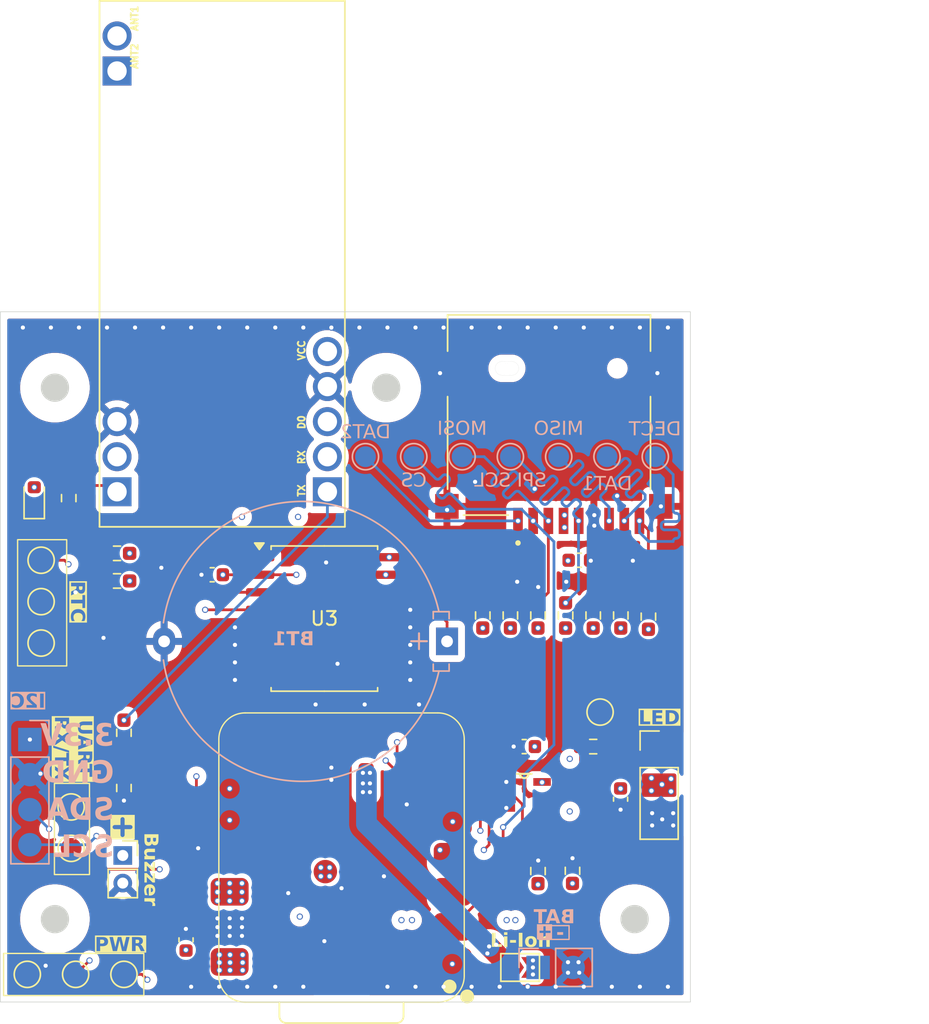
<source format=kicad_pcb>
(kicad_pcb (version 20241229) (generator "pcbnew") (generator_version "9.0")
  (layers (0 "F.Cu" signal) (4 "In1.Cu" signal) (6 "In2.Cu" signal) (8 "In3.Cu" signal) (10 "In4.Cu" signal) (2 "B.Cu" signal) (13 "F.Paste" user) (15 "B.Paste" user) (5 "F.SilkS" user "F.Silkscreen") (7 "B.SilkS" user "B.Silkscreen") (1 "F.Mask" user) (3 "B.Mask" user) (25 "Edge.Cuts" user))
  (net 0 "")
  (net 1 "GND")
  (net 2 "+5V")
  (net 3 "+3.3V")
  (net 4 "Net-(U2-Y)")
  (net 5 "/LED_Din")
  (net 6 "/UART_RX")
  (net 7 "Net-(R3-Pad1)")
  (net 8 "/SD_DECT")
  (net 9 "/MISO")
  (net 10 "/SPI_SCL")
  (net 11 "/MOSI")
  (net 12 "/SPI_CS")
  (net 13 "Net-(D2-K)")
  (net 18 "/Buzzer")
  (net 20 "/LED_Driver")
  (net 22 "Net-(U1-GPIO16_D6_TX)")
  (net 23 "/I2C_SCL")
  (net 26 "/I2C_SDA")
  (net 29 "/DAT2")
  (net 30 "/DAT1")
  (net 31 "Net-(R1-Pad1)")
  (net 32 "Net-(J1-Pin_1)")
  (net 33 "/Battery_Cell")
  (net 34 "Net-(U3-32KHZ)")
  (net 35 "Net-(U3-~{INT}{slash}SQW)")
  (net 36 "Net-(U3-~{RST})")
  (net 37 "Net-(JP1-A)")
  (footprint "Capacitor_SMD:C_0603_1608Metric" (layer "F.Cu") (at 123 97.5 180)
    (property "Reference" "C5" (hide yes))
    (property "Value" "100nF" (hide yes))
  )
  (footprint "Connector_PinHeader_2.54mm:PinHeader_1x03_P2.54mm_Vertical" (layer "F.Cu") (at 128.778 111.252)
    (property "Reference" "J3" (hide yes))
    (property "Value" "LED")
  )
  (footprint "Seeed Studio XIAO Series Library:XIAO-ESP32C6-SMD" (layer "F.Cu") (at 105.54 119 180)
    (property "Reference" "U1" (hide yes))
    (property "Value" "XIAO-ESP32-S3-SMD")
  )
  (footprint "TestPoint:TestPoint_Pad_D1.5mm" (layer "F.Cu") (at 83 127.5)
    (property "Reference" "TP3" (hide yes))
    (property "Value" "GND" (hide yes))
  )
  (footprint "LED_SMD:LED_0603_1608Metric" (layer "F.Cu") (at 83.5 93 90)
    (property "Reference" "D2" (hide yes))
    (property "Value" "LED" (hide yes))
  )
  (footprint "Resistor_SMD:R_0603_1608Metric_Pad0.98x0.95mm_HandSolder" (layer "F.Cu") (at 120 101.5 90)
    (property "Reference" "R14" (hide yes))
    (property "Value" "47k" (hide yes))
  )
  (footprint "Resistor_SMD:R_0603_1608Metric_Pad0.98x0.95mm_HandSolder" (layer "F.Cu") (at 122 101.5 90)
    (property "Reference" "R13" (hide yes))
    (property "Value" "47k" (hide yes))
  )
  (footprint "Resistor_SMD:R_0603_1608Metric_Pad0.98x0.95mm_HandSolder" (layer "F.Cu") (at 90 110 -90)
    (property "Reference" "R3" (hide yes))
    (property "Value" "10K" (hide yes))
  )
  (footprint "Capacitor_SMD:C_0603_1608Metric" (layer "F.Cu") (at 96.393 98.552)
    (property "Reference" "C2" (hide yes))
    (property "Value" "100 nF" (hide yes))
  )
  (footprint "TestPoint:TestPoint_Pad_D1.5mm" (layer "F.Cu") (at 84 103.5)
    (property "Reference" "TP1" (hide yes))
    (property "Value" "TestPoint" (hide yes))
  )
  (footprint "Package_SO:SOIC-16W_7.5x10.3mm_P1.27mm" (layer "F.Cu") (at 104.521 101.727)
    (property "Reference" "U3")
    (property "Value" "DS3231M" (hide yes))
  )
  (footprint "Connector_PinSocket_2.00mm:PinSocket_1x02_P2.00mm_Vertical" (layer "F.Cu") (at 89.916 118.888)
    (property "Reference" "BZ1" (hide yes))
    (property "Value" "Buzzer" (hide yes))
  )
  (footprint "Resistor_SMD:R_0603_1608Metric_Pad0.98x0.95mm_HandSolder" (layer "F.Cu") (at 116 101.5 90)
    (property "Reference" "R15" (hide yes))
    (property "Value" "47k" (hide yes))
  )
  (footprint "TestPoint:TestPoint_Pad_D1.5mm" (layer "F.Cu") (at 86.175 118.373)
    (property "Reference" "TP8" (hide yes))
    (property "Value" "UART_TX" (hide yes))
  )
  (footprint "Jumper:SolderJumper-2_P1.3mm_Open_TrianglePad1.0x1.5mm" (layer "F.Cu") (at 118.708 127)
    (property "Reference" "JP1" (hide yes))
    (property "Value" "Li-Ion")
  )
  (footprint "footprints:RDM6300" (layer "F.Cu") (at 97.12 76.03 -90)
    (property "Reference" "RDM1" (hide yes))
    (property "Value" "RDM6300")
  )
  (footprint "Resistor_SMD:R_0603_1608Metric_Pad0.98x0.95mm_HandSolder" (layer "F.Cu") (at 89.5 97 180)
    (property "Reference" "R7" (hide yes))
    (property "Value" "NC" (hide yes))
  )
  (footprint "Resistor_SMD:R_0603_1608Metric_Pad0.98x0.95mm_HandSolder" (layer "F.Cu") (at 89.5 99 180)
    (property "Reference" "R8" (hide yes))
    (property "Value" "NC" (hide yes))
  )
  (footprint "footprints:SOT95P280X145-5N" (layer "F.Cu") (at 119 114.5)
    (property "Reference" "U2" (hide yes))
    (property "Value" "SN74AHCT1G125DBVT" (hide yes))
  )
  (footprint "Capacitor_SMD:C_0603_1608Metric" (layer "F.Cu") (at 119 111)
    (property "Reference" "C3" (hide yes))
    (property "Value" "100 nF" (hide yes))
  )
  (footprint "Resistor_SMD:R_0603_1608Metric_Pad0.98x0.95mm_HandSolder" (layer "F.Cu") (at 86 93 -90)
    (property "Reference" "R1" (hide yes))
    (property "Value" "100R" (hide yes))
  )
  (footprint "Resistor_SMD:R_0603_1608Metric_Pad0.98x0.95mm_HandSolder" (layer "F.Cu") (at 124 111)
    (property "Reference" "R2" (hide yes))
    (property "Value" "100R" (hide yes))
  )
  (footprint "Resistor_SMD:R_0603_1608Metric_Pad0.98x0.95mm_HandSolder" (layer "F.Cu") (at 124 101.5 90)
    (property "Reference" "R12" (hide yes))
    (property "Value" "47k" (hide yes))
  )
  (footprint "TestPoint:TestPoint_Pad_D1.5mm" (layer "F.Cu") (at 84 100.5)
    (property "Reference" "TP10" (hide yes))
    (property "Value" "TestPoint" (hide yes))
  )
  (footprint "TestPoint:TestPoint_Pad_D1.5mm" (layer "F.Cu") (at 86.5 127.5)
    (property "Reference" "TP2" (hide yes))
    (property "Value" "+5V" (hide yes))
  )
  (footprint "TestPoint:TestPoint_Pad_D1.5mm" (layer "F.Cu") (at 90 127.5)
    (property "Reference" "TP4" (hide yes))
    (property "Value" "3,3V" (hide yes))
  )
  (footprint "Resistor_SMD:R_0603_1608Metric_Pad0.98x0.95mm_HandSolder" (layer "F.Cu") (at 128 101.5875 90)
    (property "Reference" "R11" (hide yes))
    (property "Value" "47k" (hide yes))
  )
  (footprint "TestPoint:TestPoint_Pad_D1.5mm" (layer "F.Cu") (at 124.5 108.5)
    (property "Reference" "TP5" (hide yes))
    (property "Value" "Din" (hide yes))
  )
  (footprint "Resistor_SMD:R_0603_1608Metric_Pad0.98x0.95mm_HandSolder" (layer "F.Cu") (at 118 101.5 90)
    (property "Reference" "R9" (hide yes))
    (property "Value" "47k" (hide yes))
  )
  (footprint "Capacitor_SMD:C_0603_1608Metric" (layer "F.Cu") (at 125.984 114.808 90)
    (property "Reference" "C4" (hide yes))
    (property "Value" "10µF" (hide yes))
  )
  (footprint "Resistor_SMD:R_0603_1608Metric_Pad0.98x0.95mm_HandSolder" (layer "F.Cu") (at 122.5 120 90)
    (property "Reference" "R6" (hide yes))
    (property "Value" "4k7" (hide yes))
  )
  (footprint "Resistor_SMD:R_0603_1608Metric_Pad0.98x0.95mm_HandSolder" (layer "F.Cu") (at 90 114 -90)
    (property "Reference" "R4" (hide yes))
    (property "Value" "20k" (hide yes))
  )
  (footprint "TestPoint:TestPoint_Pad_D1.5mm" (layer "F.Cu") (at 84 97.5 90)
    (property "Reference" "TP9" (hide yes))
    (property "Value" "TestPoint" (hide yes))
  )
  (footprint "footprints:WURTH_693071020811" (layer "F.Cu") (at 120.8 83.6 180)
    (property "Reference" "J4" (hide yes))
    (property "Value" "MicroSD" (hide yes))
    (fp_line (start 3.4 0.5) (end 2.7 0.5) (stroke (width 0.01)) (layer "Edge.Cuts"))
    (fp_line (start 2.7 -0.5) (end 3.4 -0.5) (stroke (width 0.01)) (layer "Edge.Cuts"))
    (fp_arc (start 3.9 0) (mid 3.753553 0.353553) (end 3.4 0.5) (stroke (width 0.01)) (layer "Edge.Cuts"))
    (fp_arc (start 3.4 -0.5) (mid 3.753553 -0.353553) (end 3.9 0) (stroke (width 0.01)) (layer "Edge.Cuts"))
    (fp_arc (start 2.7 0.5) (mid 2.346447 0.353553) (end 2.2 0) (stroke (width 0.01)) (layer "Edge.Cuts"))
    (fp_arc (start 2.2 0) (mid 2.346447 -0.353553) (end 2.7 -0.5) (stroke (width 0.01)) (layer "Edge.Cuts"))
  )
  (footprint "Resistor_SMD:R_0603_1608Metric_Pad0.98x0.95mm_HandSolder" (layer "F.Cu") (at 126 101.5 90)
    (property "Reference" "R10" (hide yes))
    (property "Value" "47k" (hide yes))
  )
  (footprint "TestPoint:TestPoint_Pad_D1.5mm" (layer "F.Cu") (at 86.175 115.373)
    (property "Reference" "TP7" (hide yes))
    (property "Value" "UART_RX" (hide yes))
  )
  (footprint "Resistor_SMD:R_0603_1608Metric_Pad0.98x0.95mm_HandSolder" (layer "F.Cu") (at 120 120.015 90)
    (property "Reference" "R5" (hide yes))
    (property "Value" "4k7" (hide yes))
  )
  (footprint "Capacitor_SMD:C_0603_1608Metric" (layer "F.Cu") (at 94.5 125 -90)
    (property "Reference" "C1" (hide yes))
    (property "Value" "10µF" (hide yes))
  )
  (footprint "TestPoint:TestPoint_Pad_D1.5mm" (layer "B.Cu") (at 107.5 90)
    (property "Reference" "TP15" (hide yes))
    (property "Value" "DAT2")
  )
  (footprint "TestPoint:TestPoint_Pad_D1.5mm" (layer "B.Cu") (at 111 90 180)
    (property "Reference" "TP5" (hide yes))
    (property "Value" "CS")
  )
  (footprint "TestPoint:TestPoint_Pad_D1.5mm" (layer "B.Cu") (at 128.5 90 180)
    (property "Reference" "TP6" (hide yes))
    (property "Value" "DECT")
  )
  (footprint "Battery:Battery_Panasonic_CR2032-HFN_Horizontal_CircularHoles" (layer "B.Cu") (at 113.411 103.378 180)
    (property "Reference" "BT1")
    (property "Value" "Battery_Cell" (hide yes))
  )
  (footprint "TestPoint:TestPoint_Pad_D1.5mm" (layer "B.Cu") (at 125 90 180)
    (property "Reference" "TP14" (hide yes))
    (property "Value" "DAT1")
  )
  (footprint "Connector_PinHeader_2.54mm:PinHeader_1x02_P2.54mm_Vertical" (layer "B.Cu") (at 120.01 127 -90)
    (property "Reference" "J1" (hide yes))
    (property "Value" "Conn_01x02_Pin" (hide yes))
  )
  (footprint "TestPoint:TestPoint_Pad_D1.5mm" (layer "B.Cu") (at 114.5 90 180)
    (property "Reference" "TP11" (hide yes))
    (property "Value" "MOSI")
  )
  (footprint "Connector_PinHeader_2.54mm:PinHeader_1x04_P2.54mm_Vertical" (layer "B.Cu") (at 83.185 110.49 180)
    (property "Reference" "J2" (hide yes))
    (property "Value" "I2C")
  )
  (footprint "TestPoint:TestPoint_Pad_D1.5mm" (layer "B.Cu") (at 121.5 90 180)
    (property "Reference" "TP12" (hide yes))
    (property "Value" "MISO")
  )
  (footprint "TestPoint:TestPoint_Pad_D1.5mm" (layer "B.Cu") (at 118 90 180)
    (property "Reference" "TP13" (hide yes))
    (property "Value" "SPI SCL")
  )
  (gr_rect (start 81.28 125.984) (end 91.44 129.032) (stroke (width 0.1)) (fill no) (layer "F.SilkS"))
  (gr_rect (start 84.963 113.665) (end 87.503 120.269) (stroke (width 0.1)) (fill no) (layer "F.SilkS"))
  (gr_rect (start 82.296 96.012) (end 85.852 105.156) (stroke (width 0.1)) (fill no) (layer "F.SilkS"))
  (gr_rect (start 120.0644 123.968) (end 122.2516 124.968) (stroke (width 0.1)) (fill no) (layer "B.SilkS"))
  (gr_circle (center 85 123.5) (end 86 123.5) (stroke (width 0.05)) (fill yes) (layer "Edge.Cuts"))
  (gr_circle (center 85 85) (end 86 85) (stroke (width 0.05)) (fill yes) (layer "Edge.Cuts"))
  (gr_rect (start 81.045 79.502) (end 131.045 129.502) (stroke (width 0.05)) (fill no) (layer "Edge.Cuts"))
  (gr_circle (center 127 123.5) (end 128 123.5) (stroke (width 0.05)) (fill yes) (layer "Edge.Cuts"))
  (gr_circle (center 109 85) (end 110 85) (stroke (width 0.05)) (fill yes) (layer "Edge.Cuts"))
  (gr_text "UART\nRX/TX" (at 84.836 111.125 270) (layer "F.SilkS" knockout) (effects (font (size 1 1) (thickness 0.1)) (justify bottom)))
  (gr_text "+" (at 88.773 117.602 0) (layer "F.SilkS" knockout) (effects (font (size 1.5 1.5) (thickness 0.3) (bold yes)) (justify left bottom)))
  (gr_text "Buzzer" (at 91.313 117.221 270) (layer "F.SilkS") (effects (font (size 1 1) (thickness 0.1)) (justify left bottom)))
  (gr_text "RTC" (at 86 99 270) (layer "F.SilkS" knockout) (effects (font (size 1 1)) (justify left bottom)))
  (gr_text "PWR" (at 87.884 125.984 0) (layer "F.SilkS" knockout) (effects (font (size 1 1) (thickness 0.1)) (justify left bottom)))
  (gr_text "-" (at 121.896 123.968 180) (layer "B.SilkS") (effects (font (size 1 1) (thickness 0.1)) (justify left bottom)))
  (gr_text "BAT" (at 122.682 123.968 0) (layer "B.SilkS") (effects (font (size 1 1) (thickness 0.1)) (justify left bottom mirror)))
  (gr_text "+" (at 121.0578 123.8076 180) (layer "B.SilkS" knockout) (effects (font (size 1 1) (thickness 0.1)) (justify left bottom)))
  (gr_text "3.3V\nGND\nSDA\nSCL" (at 89.281 114.3 0) (layer "B.SilkS") (effects (font (size 1.6 1.5) (thickness 0.3) (bold yes)) (justify left mirror)))
  (segment (start 109.171 101.092) (end 110.744 101.092) (width 0.2) (layer "F.Cu") (net 1))
  (segment (start 109.171 102.362) (end 110.744 102.362) (width 0.2) (layer "F.Cu") (net 1))
  (segment (start 99.871 102.362) (end 98.044 102.362) (width 0.2) (layer "F.Cu") (net 1))
  (segment (start 110.744 104.902) (end 109.171 104.902) (width 0.2) (layer "F.Cu") (net 1))
  (segment (start 98.044 106.172) (end 99.871 106.172) (width 0.2) (layer "F.Cu") (net 1))
  (segment (start 98.044 103.632) (end 99.871 103.632) (width 0.2) (layer "F.Cu") (net 1))
  (segment (start 84.328 126.873) (end 83.627 126.873) (width 0.2) (layer "F.Cu") (net 1))
  (segment (start 98.044 104.902) (end 99.871 104.902) (width 0.2) (layer "F.Cu") (net 1))
  (segment (start 110.744 103.632) (end 109.171 103.632) (width 0.2) (layer "F.Cu") (net 1))
  (segment (start 83.627 126.873) (end 83 127.5) (width 0.2) (layer "F.Cu") (net 1))
  (segment (start 110.744 106.172) (end 109.171 106.172) (width 0.2) (layer "F.Cu") (net 1))
  (via (at 90 114.9125) (size 0.45) (drill 0.3) (layers "F.Cu" "B.Cu") (net 1))
  (via (at 121.285 128.397) (size 0.45) (drill 0.3) (layers "F.Cu" "B.Cu") (net 1))
  (via (at 118.237 110.998) (size 0.45) (drill 0.3) (layers "F.Cu" "B.Cu") (net 1))
  (via (at 119.253 80.645) (size 0.45) (drill 0.3) (layers "F.Cu" "B.Cu") (net 1))
  (via (at 112.903 83.947) (size 0.45) (drill 0.3) (layers "F.Cu" "B.Cu") (net 1))
  (via (at 110.744 102.362) (size 0.45) (drill 0.3) (layers "F.Cu" "B.Cu") (net 1))
  (via (at 129.413 80.645) (size 0.45) (drill 0.3) (layers "F.Cu" "B.Cu") (net 1))
  (via (at 98.552 124.079) (size 0.45) (drill 0.3) (layers "F.Cu" "B.Cu") (net 1))
  (via (at 86.741 80.645) (size 0.45) (drill 0.3) (layers "F.Cu" "B.Cu") (net 1))
  (via (at 102.997 128.397) (size 0.45) (drill 0.3) (layers "F.Cu" "B.Cu") (net 1))
  (via (at 113.157 80.645) (size 0.45) (drill 0.3) (layers "F.Cu" "B.Cu") (net 1))
  (via (at 101.9048 121.6152) (size 0.45) (drill 0.3) (layers "F.Cu" "B.Cu") (net 1))
  (via (at 124.079 94.234) (size 0.45) (drill 0.3) (layers "F.Cu" "B.Cu") (net 1))
  (via (at 125.73 92.837) (size 0.45) (drill 0.3) (layers "F.Cu" "B.Cu") (net 1))
  (via (at 92.71 98.044) (size 0.45) (drill 0.3) (layers "F.Cu" "B.Cu") (net 1))
  (via (at 107.442 107.95) (size 0.45) (drill 0.3) (layers "F.Cu" "B.Cu") (net 1))
  (via (at 103.886 107.95) (size 0.45) (drill 0.3) (layers "F.Cu" "B.Cu") (net 1))
  (via (at 123.825 97.536) (size 0.45) (drill 0.3) (layers "F.Cu" "B.Cu") (net 1))
  (via (at 104.521 125.095) (size 0.45) (drill 0.3) (layers "F.Cu" "B.Cu") (net 1))
  (via (at 98.552 124.714) (size 0.45) (drill 0.3) (layers "F.Cu" "B.Cu") (net 1))
  (via (at 88.519 103.124) (size 0.45) (drill 0.3) (layers "F.Cu" "B.Cu") (net 1))
  (via (at 129.794 115.824) (size 0.45) (drill 0.3) (layers "F.Cu" "B.Cu") (net 1))
  (via (at 119.761 92.329) (size 0.45) (drill 0.3) (layers "F.Cu" "B.Cu") (net 1))
  (via (at 122.174 127.381) (size 0.45) (drill 0.3) (layers "F.Cu" "B.Cu") (net 1))
  (via (at 88.773 80.645) (size 0.45) (drill 0.3) (layers "F.Cu" "B.Cu") (net 1))
  (via (at 83.95 112.96) (size 0.45) (drill 0.3) (layers "F.Cu" "B.Cu") (net 1))
  (via (at 110.744 106.172) (size 0.45) (drill 0.3) (layers "F.Cu" "B.Cu") (net 1))
  (via (at 113.411 93.853) (size 0.45) (drill 0.3) (layers "F.Cu" "B.Cu") (net 1))
  (via (at 117.7046 115.443) (size 0.45) (drill 0.3) (layers "F.Cu" "B.Cu") (net 1))
  (via (at 97.663 123.444) (size 0.45) (drill 0.3) (layers "F.Cu" "B.Cu") (net 1))
  (via (at 121.285 80.645) (size 0.45) (drill 0.3) (layers "F.Cu" "B.Cu") (net 1))
  (via (at 125.984 115.57) (size 0.45) (drill 0.3) (layers "F.Cu" "B.Cu") (net 1))
  (via (at 129 116.27) (size 0.45) (drill 0.3) (layers "F.Cu" "B.Cu") (net 1))
  (via (at 86.487 99.822) (size 0.45) (drill 0.3) (layers "F.Cu" "B.Cu") (net 1))
  (via (at 125.349 80.645) (size 0.45) (drill 0.3) (layers "F.Cu" "B.Cu") (net 1))
  (via (at 98.933 128.397) (size 0.45) (drill 0.3) (layers "F.Cu" "B.Cu") (net 1))
  (via (at 108.839 120.396) (size 0.45) (drill 0.3) (layers "F.Cu" "B.Cu") (net 1))
  (via (at 98.044 104.902) (size 0.45) (drill 0.3) (layers "F.Cu" "B.Cu") (net 1))
  (via (at 128.27 116.713) (size 0.45) (drill 0.3) (layers "F.Cu" "B.Cu") (net 1))
  (via (at 122.174 126.619) (size 0.45) (drill 0.3) (layers "F.Cu" "B.Cu") (net 1))
  (via (at 129.413 128.397) (size 0.45) (drill 0.3) (layers "F.Cu" "B.Cu") (net 1))
  (via (at 94.488 124.206) (size 0.45) (drill 0.3) (layers "F.Cu" "B.Cu") (net 1))
  (via (at 90.805 80.645) (size 0.45) (drill 0.3) (layers "F.Cu" "B.Cu") (net 1))
  (via (at 98.044 106.172) (size 0.45) (drill 0.3) (layers "F.Cu" "B.Cu") (net 1))
  (via (at 84.328 126.873) (size 0.45) (drill 0.3) (layers "F.Cu" "B.Cu") (net 1))
  (via (at 126.873 97.536) (size 0.45) (drill 0.3) (layers "F.Cu" "B.Cu") (net 1))
  (via (at 127.381 80.645) (size 0.45) (drill 0.3) (layers "F.Cu" "B.Cu") (net 1))
  (via (at 84.709 80.645) (size 0.45) (drill 0.3) (layers "F.Cu" "B.Cu") (net 1))
  (via (at 113.157 128.397) (size 0.45) (drill 0.3) (layers "F.Cu" "B.Cu") (net 1))
  (via (at 110.744 101.092) (size 0.45) (drill 0.3) (layers "F.Cu" "B.Cu") (net 1))
  (via (at 110.744 104.902) (size 0.45) (drill 0.3) (layers "F.Cu" "B.Cu") (net 1))
  (via (at 109.093 80.645) (size 0.45) (drill 0.3) (layers "F.Cu" "B.Cu") (net 1))
  (via (at 120.015 99.441) (size 0.45) (drill 0.3) (layers "F.Cu" "B.Cu") (net 1))
  (via (at 117.7046 113.5602) (size 0.45) (drill 0.3) (layers "F.Cu" "B.Cu") (net 1))
  (via (at 105.029 80.645) (size 0.45) (drill 0.3) (layers "F.Cu" "B.Cu") (net 1))
  (via (at 104.648 97.663) (size 0.45) (drill 0.3) (layers "F.Cu" "B.Cu") (net 1))
  (via (at 122.936 126.619) (size 0.45) (drill 0.3) (layers "F.Cu" "B.Cu") (net 1))
  (via (at 94.869 80.645) (size 0.45) (drill 0.3) (layers "F.Cu" "B.Cu") (net 1))
  (via (at 94.869 128.397) (size 0.45) (drill 0.3) (layers "F.Cu" "B.Cu") (net 1))
  (via (at 128.905 93.599) (size 0.45) (drill 0.3) (layers "F.Cu" "B.Cu") (net 1))
  (via (at 82.677 80.645) (size 0.45) (drill 0.3) (layers "F.Cu" "B.Cu") (net 1))
  (via (at 95.377 118.364) (size 0.45) (drill 0.3) (layers "F.Cu" "B.Cu") (net 1))
  (via (at 115.443 91.821) (size 0.45) (drill 0.3) (layers "F.Cu" "B.Cu") (net 1))
  (via (at 119.253 128.397) (size 0.45) (drill 0.3) (layers "F.Cu" "B.Cu") (net 1))
  (via (at 122.9868 127.381) (size 0.45) (drill 0.3) (layers "F.Cu" "B.Cu") (net 1))
  (via (at 98.933 80.645) (size 0.45) (drill 0.3) (layers "F.Cu" "B.Cu") (net 1))
  (via (at 111.379 107.95) (size 0.45) (drill 0.3) (layers "F.Cu" "B.Cu") (net 1))
  (via (at 96.901 80.645) (size 0.45) (drill 0.3) (layers "F.Cu" "B.Cu") (net 1))
  (via (at 115.189 80.645) (size 0.45) (drill 0.3) (layers "F.Cu" "B.Cu") (net 1))
  (via (at 117.221 80.645) (size 0.45) (drill 0.3) (layers "F.Cu" "B.Cu") (net 1))
  (via (at 96.774 123.444) (size 0.45) (drill 0.3) (layers "F.Cu" "B.Cu") (net 1))
  (via (at 118.491 99.06) (size 0.45) (drill 0.3) (layers "F.Cu" "B.Cu") (net 1))
  (via (at 111.125 128.397) (size 0.45) (drill 0.3) (layers "F.Cu" "B.Cu") (net 1))
  (via (at 123.317 80.645) (size 0.45) (drill 0.3) (layers "F.Cu" "B.Cu") (net 1))
  (via (at 115.189 128.397) (size 0.45) (drill 0.3) (layers "F.Cu" "B.Cu") (net 1))
  (via (at 111.125 80.645) (size 0.45) (drill 0.3) (layers "F.Cu" "B.Cu") (net 1))
  (via (at 127.381 128.397) (size 0.45) (drill 0.3) (layers "F.Cu" "B.Cu") (net 1))
  (via (at 129.794 116.713) (size 0.45) (drill 0.3) (layers "F.Cu" "B.Cu") (net 1))
  (via (at 117.221 128.397) (size 0.45) (drill 0.3) (layers "F.Cu" "B.Cu") (net 1))
  (via (at 98.552 123.444) (size 0.45) (drill 0.3) (layers "F.Cu" "B.Cu") (net 1))
  (via (at 122.047 99.06) (size 0.45) (drill 0.3) (layers "F.Cu" "B.Cu") (net 1))
  (via (at 110.49 115.189) (size 0.45) (drill 0.3) (layers "F.Cu" "B.Cu") (net 1))
  (via (at 123.317 128.397) (size 0.45) (drill 0.3) (layers "F.Cu" "B.Cu") (net 1))
  (via (at 102.997 80.645) (size 0.45) (drill 0.3) (layers "F.Cu" "B.Cu") (net 1))
  (via (at 92.837 80.645) (size 0.45) (drill 0.3) (layers "F.Cu" "B.Cu") (net 1))
  (via (at 125.349 128.397) (size 0.45) (drill 0.3) (layers "F.Cu" "B.Cu") (net 1))
  (via (at 128.651 83.947) (size 0.45) (drill 0.3) (layers "F.Cu" "B.Cu") (net 1))
  (via (at 105.029 113.411) (size 0.45) (drill 0.3) (layers "F.Cu" "B.Cu") (net 1))
  (via (at 107.061 80.645) (size 0.45) (drill 0.3) (layers "F.Cu" "B.Cu") (net 1))
  (via (at 98.044 102.362) (size 0.45) (drill 0.3) (layers "F.Cu" "B.Cu") (net 1))
  (via (at 110.744 103.632) (size 0.45) (drill 0.3) (layers "F.Cu" "B.Cu") (net 1))
  (via (at 96.774 124.079) (size 0.45) (drill 0.3) (layers "F.Cu" "B.Cu") (net 1))
  (via (at 96.901 128.397) (size 0.45) (drill 0.3) (layers "F.Cu" "B.Cu") (net 1))
  (via (at 105.029 112.522) (size 0.45) (drill 0.3) (layers "F.Cu" "B.Cu") (net 1))
  (via (at 120.015 119.253) (size 0.45) (drill 0.3) (layers "F.Cu" "B.Cu") (net 1))
  (via (at 109.093 128.397) (size 0.45) (drill 0.3) (layers "F.Cu" "B.Cu") (net 1))
  (via (at 105.475 105) (size 0.45) (drill 0.3) (layers "F.Cu" "B.Cu") (net 1))
  (via (at 128.27 115.824) (size 0.45) (drill 0.3) (layers "F.Cu" "B.Cu") (net 1))
  (via (at 124.079 94.996) (size 0.45) (drill 0.3) (layers "F.Cu" "B.Cu") (net 1))
  (via (at 100.965 80.645) (size 0.45) (drill 0.3) (layers "F.Cu" "B.Cu") (net 1))
  (via (at 95.618 98.552) (size 0.45) (drill 0.3) (layers "F.Cu" "B.Cu") (net 1))
  (via (at 100.965 128.397) (size 0.45) (drill 0.3) (layers "F.Cu" "B.Cu") (net 1))
  (via (at 97.663 124.714) (size 0.45) (drill 0.3) (layers "F.Cu" "B.Cu") (net 1))
  (via (at 98.044 103.632) (size 0.45) (drill 0.3) (layers "F.Cu" "B.Cu") (net 1))
  (via (at 105.7656 121.2596) (size 0.45) (drill 0.3) (layers "F.Cu" "B.Cu") (net 1))
  (via (at 97.663 124.079) (size 0.45) (drill 0.3) (layers "F.Cu" "B.Cu") (net 1))
  (via (at 122.5 119.0875) (size 0.45) (drill 0.3) (layers "F.Cu" "B.Cu") (net 1))
  (via (at 96.774 124.714) (size 0.45) (drill 0.3) (layers "F.Cu" "B.Cu") (net 1))
  (segment (start 87.5055 126.4945) (end 86.5 127.5) (width 0.2) (layer "F.Cu") (net 2))
  (via (at 128.2192 114.1984) (size 0.45) (drill 0.3) (layers "F.Cu" "B.Cu") (net 2))
  (via (at 98.6028 127.2032) (size 0.45) (drill 0.3) (layers "F.Cu" "B.Cu") (net 2))
  (via (at 128.2192 113.284) (size 0.45) (drill 0.3) (layers "F.Cu" "B.Cu") (net 2))
  (via (at 97.6884 127.2032) (size 0.45) (drill 0.3) (layers "F.Cu" "B.Cu") (net 2))
  (via (at 129.6416 113.3348) (size 0.45) (drill 0.3) (layers "F.Cu" "B.Cu") (net 2))
  (via (at 120.2944 113.5888) (size 0.45) (drill 0.3) (layers "F.Cu" "B.Cu") (net 2))
  (via (at 96.9264 126.6444) (size 0.45) (drill 0.3) (layers "F.Cu" "B.Cu") (net 2))
  (via (at 94.488 125.73) (size 0.45) (drill 0.3) (layers "F.Cu" "B.Cu") (net 2))
  (via (at 98.6028 126.0856) (size 0.45) (drill 0.3) (layers "F.Cu" "B.Cu") (net 2))
  (via (at 87.5055 126.4945) (size 0.45) (drill 0.3) (layers "F.Cu" "B.Cu") (net 2))
  (via (at 129.6416 114.2492) (size 0.45) (drill 0.3) (layers "F.Cu" "B.Cu") (net 2))
  (via (at 98.6028 126.6444) (size 0.45) (drill 0.3) (layers "F.Cu" "B.Cu") (net 2))
  (via (at 119.761 110.998) (size 0.45) (drill 0.3) (layers "F.Cu" "B.Cu") (net 2))
  (via (at 97.6884 126.0856) (size 0.45) (drill 0.3) (layers "F.Cu" "B.Cu") (net 2))
  (via (at 97.6884 126.6444) (size 0.45) (drill 0.3) (layers "F.Cu" "B.Cu") (net 2))
  (via (at 125.984 114.046) (size 0.45) (drill 0.3) (layers "F.Cu" "B.Cu") (net 2))
  (via (at 128.9812 113.7412) (size 0.45) (drill 0.3) (layers "F.Cu" "B.Cu") (net 2))
  (via (at 96.9264 127.2032) (size 0.45) (drill 0.3) (layers "F.Cu" "B.Cu") (net 2))
  (via (at 96.9264 126.0856) (size 0.45) (drill 0.3) (layers "F.Cu" "B.Cu") (net 2))
  (segment (start 91.305 127.5) (end 91.694 127.889) (width 0.2) (layer "F.Cu") (net 3))
  (segment (start 99.871 98.552) (end 102.489 98.552) (width 0.2) (layer "F.Cu") (net 3))
  (segment (start 90 127.5) (end 91.305 127.5) (width 0.2) (layer "F.Cu") (net 3))
  (segment (start 97.676 98.552) (end 99.871 98.552) (width 0.2) (layer "F.Cu") (net 3))
  (via (at 104.267 120.396) (size 0.45) (drill 0.3) (layers "F.Cu" "B.Cu") (net 3))
  (via (at 83.5 92.2125) (size 0.45) (drill 0.3) (layers "F.Cu" "B.Cu") (net 3))
  (via (at 126 102.4125) (size 0.45) (drill 0.3) (layers "F.Cu" "B.Cu") (net 3))
  (via (at 97.168 98.552) (size 0.45) (drill 0.3) (layers "F.Cu" "B.Cu") (net 3))
  (via (at 102.616 94.361) (size 0.45) (drill 0.3) (layers "F.Cu" "B.Cu") (net 3))
  (via (at 120 121) (size 0.45) (drill 0.3) (layers "F.Cu" "B.Cu") (net 3))
  (via (at 90.4125 99) (size 0.45) (drill 0.3) (layers "F.Cu" "B.Cu") (net 3))
  (via (at 121.92 95.123) (size 0.45) (drill 0.3) (layers "F.Cu" "B.Cu") (net 3))
  (via (at 118 102.4125) (size 0.45) (drill 0.3) (layers "F.Cu" "B.Cu") (net 3))
  (via (at 110.109 123.571) (size 0.45) (drill 0.3) (layers "F.Cu" "B.Cu") (net 3))
  (via (at 102.743 123.317) (size 0.45) (drill 0.3) (layers "F.Cu" "B.Cu") (net 3))
  (via (at 98.552 94.361) (size 0.45) (drill 0.3) (layers "F.Cu" "B.Cu") (net 3))
  (via (at 117.729 123.571) (size 0.45) (drill 0.3) (layers "F.Cu" "B.Cu") (net 3))
  (via (at 122.301 111.887) (size 0.45) (drill 0.3) (layers "F.Cu" "B.Cu") (net 3))
  (via (at 104.902 120.396) (size 0.45) (drill 0.3) (layers "F.Cu" "B.Cu") (net 3))
  (via (at 122 102.4125) (size 0.45) (drill 0.3) (layers "F.Cu" "B.Cu") (net 3))
  (via (at 97.663 120.904) (size 0.45) (drill 0.3) (layers "F.Cu" "B.Cu") (net 3))
  (via (at 121.92 94.234) (size 0.45) (drill 0.3) (layers "F.Cu" "B.Cu") (net 3))
  (via (at 104.902 119.761) (size 0.45) (drill 0.3) (layers "F.Cu" "B.Cu") (net 3))
  (via (at 118.364 123.571) (size 0.45) (drill 0.3) (layers "F.Cu" "B.Cu") (net 3))
  (via (at 98.552 121.539) (size 0.45) (drill 0.3) (layers "F.Cu" "B.Cu") (net 3))
  (via (at 104.267 119.761) (size 0.45) (drill 0.3) (layers "F.Cu" "B.Cu") (net 3))
  (via (at 122.174 97.536) (size 0.45) (drill 0.3) (layers "F.Cu" "B.Cu") (net 3))
  (via (at 128 102.5) (size 0.45) (drill 0.3) (layers "F.Cu" "B.Cu") (net 3))
  (via (at 110.871 123.571) (size 0.45) (drill 0.3) (layers "F.Cu" "B.Cu") (net 3))
  (via (at 97.663 122.174) (size 0.45) (drill 0.3) (layers "F.Cu" "B.Cu") (net 3))
  (via (at 97.663 121.539) (size 0.45) (drill 0.3) (layers "F.Cu" "B.Cu") (net 3))
  (via (at 98.552 122.174) (size 0.45) (drill 0.3) (layers "F.Cu" "B.Cu") (net 3))
  (via (at 116 102.4125) (size 0.45) (drill 0.3) (layers "F.Cu" "B.Cu") (net 3))
  (via (at 102.489 98.552) (size 0.45) (drill 0.3) (layers "F.Cu" "B.Cu") (net 3))
  (via (at 83.185 110.49) (size 0.45) (drill 0.3) (layers "F.Cu" "B.Cu") (net 3))
  (via (at 90.4125 97) (size 0.45) (drill 0.3) (layers "F.Cu" "B.Cu") (net 3))
  (via (at 124 102.4125) (size 0.45) (drill 0.3) (layers "F.Cu" "B.Cu") (net 3))
  (via (at 120 102.4125) (size 0.45) (drill 0.3) (layers "F.Cu" "B.Cu") (net 3))
  (via (at 98.552 120.904) (size 0.45) (drill 0.3) (layers "F.Cu" "B.Cu") (net 3))
  (via (at 96.774 122.174) (size 0.45) (drill 0.3) (layers "F.Cu" "B.Cu") (net 3))
  (via (at 122.5 120.9125) (size 0.45) (drill 0.3) (layers "F.Cu" "B.Cu") (net 3))
  (via (at 96.774 121.539) (size 0.45) (drill 0.3) (layers "F.Cu" "B.Cu") (net 3))
  (via (at 91.694 127.889) (size 0.45) (drill 0.3) (layers "F.Cu" "B.Cu") (net 3))
  (via (at 96.774 120.904) (size 0.45) (drill 0.3) (layers "F.Cu" "B.Cu") (net 3))
  (via (at 122.301 115.697) (size 0.45) (drill 0.3) (layers "F.Cu" "B.Cu") (net 3))
  (segment (start 123.0875 111) (end 123.0875 112.6477) (width 0.2) (layer "F.Cu") (net 4))
  (segment (start 123.0875 112.6477) (end 120.2954 115.4398) (width 0.2) (layer "F.Cu") (net 4))
  (segment (start 124.9125 108.9125) (end 124.5 108.5) (width 0.2) (layer "F.Cu") (net 5))
  (segment (start 124.9125 111) (end 124.9125 108.9125) (width 0.2) (layer "F.Cu") (net 5))
  (segment (start 124.9125 111) (end 128.81 111) (width 0.2) (layer "F.Cu") (net 5))
  (segment (start 128.81 111) (end 129 111.19) (width 0.2) (layer "F.Cu") (net 5))
  (segment (start 88.4605 113.0875) (end 90 113.0875) (width 0.2) (layer "F.Cu") (net 6))
  (segment (start 90 113.0875) (end 90 110.9125) (width 0.2) (layer "F.Cu") (net 6))
  (segment (start 90 110.9125) (end 97.2106 110.9125) (width 0.2) (layer "F.Cu") (net 6))
  (segment (start 86.175 115.373) (end 88.4605 113.0875) (width 0.2) (layer "F.Cu") (net 6))
  (segment (start 97.2106 110.9125) (end 97.6566 111.3585) (width 0.2) (layer "F.Cu") (net 6))
  (via (at 90 109.0875) (size 0.45) (drill 0.3) (layers "F.Cu" "B.Cu") (net 7))
  (segment (start 90 109.0875) (end 104.74 94.3475) (width 0.2) (layer "B.Cu") (net 7))
  (segment (start 104.74 94.3475) (end 104.74 92.54) (width 0.2) (layer "B.Cu") (net 7))
  (segment (start 128 95.3) (end 127.35 94.65) (width 0.2) (layer "F.Cu") (net 8))
  (segment (start 128 100.675) (end 128 95.3) (width 0.2) (layer "F.Cu") (net 8))
  (via (at 127.35 94.65) (size 0.45) (drill 0.3) (layers "F.Cu" "B.Cu") (net 8))
  (via (at 113.792 126.746) (size 0.45) (drill 0.3) (layers "F.Cu" "B.Cu") (net 8))
  (segment (start 129.173796 95.299) (end 130.019414 95.299) (width 0.2) (layer "B.Cu") (net 8))
  (segment (start 128.016 96.139) (end 129.794 96.139) (width 0.2) (layer "B.Cu") (net 8))
  (segment (start 129.794 91.294) (end 129.794 93.873598) (width 0.2) (layer "B.Cu") (net 8))
  (segment (start 129.173796 94.699) (end 130.019402 94.699) (width 0.2) (layer "B.Cu") (net 8))
  (segment (start 127.35 95.473) (end 128.016 96.139) (width 0.2) (layer "B.Cu") (net 8))
  (segment (start 130.244804 94.473598) (end 130.244804 94.324402) (width 0.2) (layer "B.Cu") (net 8))
  (segment (start 130.244828 95.688172) (end 130.244828 95.524414) (width 0.2) (layer "B.Cu") (net 8))
  (segment (start 128.5 90) (end 129.794 91.294) (width 0.2) (layer "B.Cu") (net 8))
  (segment (start 127.35 94.65) (end 127.35 95.473) (width 0.2) (layer "B.Cu") (net 8))
  (segment (start 128.933796 95.059) (end 128.933796 94.939) (width 0.2) (layer "B.Cu") (net 8))
  (arc (start 130.244828 95.524414) (mid 130.178806 95.365022) (end 130.019414 95.299) (width 0.2) (layer "B.Cu") (net 8))
  (arc (start 130.019414 95.913586) (mid 130.178806 95.847564) (end 130.244828 95.688172) (width 0.2) (layer "B.Cu") (net 8))
  (arc (start 128.933796 94.939) (mid 129.00409 94.769294) (end 129.173796 94.699) (width 0.2) (layer "B.Cu") (net 8))
  (arc (start 129.794 96.139) (mid 129.860022 95.979608) (end 130.019414 95.913586) (width 0.2) (layer "B.Cu") (net 8))
  (arc (start 130.244804 94.324402) (mid 130.178785 94.165019) (end 130.019402 94.099) (width 0.2) (layer "B.Cu") (net 8))
  (arc (start 129.173796 95.299) (mid 129.00409 95.228706) (end 128.933796 95.059) (width 0.2) (layer "B.Cu") (net 8))
  (arc (start 130.019402 94.699) (mid 130.178785 94.632981) (end 130.244804 94.473598) (width 0.2) (layer "B.Cu") (net 8))
  (arc (start 130.019402 94.099) (mid 129.860019 94.032981) (end 129.794 93.873598) (width 0.2) (layer "B.Cu") (net 8))
  (segment (start 125.15 99.4375) (end 124 100.5875) (width 0.2) (layer "F.Cu") (net 9))
  (segment (start 125.15 94.65) (end 125.15 99.4375) (width 0.2) (layer "F.Cu") (net 9))
  (via (at 97.663 116.332) (size 0.45) (drill 0.3) (layers "F.Cu" "B.Cu") (net 9))
  (via (at 125.15 94.65) (size 0.45) (drill 0.3) (layers "F.Cu" "B.Cu") (net 9))
  (segment (start 123.161795 91.661795) (end 122.848562 91.975025) (width 0.2) (layer "B.Cu") (net 9))
  (segment (start 124.889215 92.140559) (end 124.80436 92.055704) (width 0.2) (layer "B.Cu") (net 9))
  (segment (start 125.15 94.65) (end 125.15 93.65) (width 0.2) (layer "B.Cu") (net 9))
  (segment (start 124.010327 92.510327) (end 123.697107 92.823544) (width 0.2) (layer "B.Cu") (net 9))
  (segment (start 124.010325 92.510326) (end 124.464948 92.055704) (width 0.2) (layer "B.Cu") (net 9))
  (segment (start 123.616398 91.20719) (end 123.161793 91.661794) (width 0.2) (layer "B.Cu") (net 9))
  (segment (start 125.15 93.65) (end 124.604299 93.104299) (width 0.2) (layer "B.Cu") (net 9))
  (segment (start 122.737529 91.237529) (end 123.192155 90.782902) (width 0.2) (layer "B.Cu") (net 9))
  (segment (start 122.76789 90.358637) (end 122.482969 90.643557) (width 0.2) (layer "B.Cu") (net 9))
  (segment (start 122.509152 91.975026) (end 122.424297 91.890171) (width 0.2) (layer "B.Cu") (net 9))
  (segment (start 123.161793 91.661794) (end 123.161795 91.661795) (width 0.2) (layer "B.Cu") (net 9))
  (segment (start 124.604299 92.764887) (end 124.889215 92.47997) (width 0.2) (layer "B.Cu") (net 9))
  (segment (start 124.010325 92.510326) (end 124.010327 92.510327) (width 0.2) (layer "B.Cu") (net 9))
  (segment (start 123.192155 90.443491) (end 123.107301 90.358637) (width 0.2) (layer "B.Cu") (net 9))
  (segment (start 123.586061 92.086061) (end 124.040665 91.631456) (width 0.2) (layer "B.Cu") (net 9))
  (segment (start 123.586059 92.086058) (end 123.586061 92.086061) (width 0.2) (layer "B.Cu") (net 9))
  (segment (start 122.737527 91.237526) (end 122.737529 91.237529) (width 0.2) (layer "B.Cu") (net 9))
  (segment (start 121.7797 90.2797) (end 121.5 90) (width 0.2) (layer "B.Cu") (net 9))
  (segment (start 122.058705 90.558705) (end 121.7797 90.2797) (width 0.2) (layer "B.Cu") (net 9))
  (segment (start 122.424297 91.550759) (end 122.737527 91.237526) (width 0.2) (layer "B.Cu") (net 9))
  (segment (start 122.143557 90.643557) (end 122.058705 90.558705) (width 0.2) (layer "B.Cu") (net 9))
  (segment (start 124.040665 91.292045) (end 123.95581 91.20719) (width 0.2) (layer "B.Cu") (net 9))
  (segment (start 123.272842 92.399278) (end 123.586059 92.086058) (width 0.2) (layer "B.Cu") (net 9))
  (segment (start 123.357697 92.823545) (end 123.272842 92.73869) (width 0.2) (layer "B.Cu") (net 9))
  (arc (start 123.107301 90.358637) (mid 122.937596 90.288342) (end 122.76789 90.358637) (width 0.2) (layer "B.Cu") (net 9))
  (arc (start 124.80436 92.055704) (mid 124.634654 91.985409) (end 124.464948 92.055704) (width 0.2) (layer "B.Cu") (net 9))
  (arc (start 124.889215 92.47997) (mid 124.95951 92.310264) (end 124.889215 92.140559) (width 0.2) (layer "B.Cu") (net 9))
  (arc (start 123.272842 92.73869) (mid 123.202546 92.568983) (end 123.272842 92.399278) (width 0.2) (layer "B.Cu") (net 9))
  (arc (start 122.848562 91.975025) (mid 122.678857 92.045321) (end 122.509152 91.975026) (width 0.2) (layer "B.Cu") (net 9))
  (arc (start 124.604299 93.104299) (mid 124.534004 92.934593) (end 124.604299 92.764887) (width 0.2) (layer "B.Cu") (net 9))
  (arc (start 124.040665 91.631456) (mid 124.11096 91.46175) (end 124.040665 91.292045) (width 0.2) (layer "B.Cu") (net 9))
  (arc (start 122.424297 91.890171) (mid 122.354001 91.720464) (end 122.424297 91.550759) (width 0.2) (layer "B.Cu") (net 9))
  (arc (start 123.697107 92.823544) (mid 123.527402 92.89384) (end 123.357697 92.823545) (width 0.2) (layer "B.Cu") (net 9))
  (arc (start 123.95581 91.20719) (mid 123.786104 91.136895) (end 123.616398 91.20719) (width 0.2) (layer "B.Cu") (net 9))
  (arc (start 122.482969 90.643557) (mid 122.313263 90.713852) (end 122.143557 90.643557) (width 0.2) (layer "B.Cu") (net 9))
  (arc (start 123.192155 90.782902) (mid 123.26245 90.613196) (end 123.192155 90.443491) (width 0.2) (layer "B.Cu") (net 9))
  (via (at 122.936 94.65) (size 0.45) (drill 0.3) (layers "F.Cu" "B.Cu") (net 10))
  (via (at 97.663 114.046) (size 0.45) (drill 0.3) (layers "F.Cu" "B.Cu") (net 10))
  (via (at 122 100.5875) (size 0.45) (drill 0.3) (layers "F.Cu" "B.Cu") (net 10))
  (segment (start 121.379973 92.681396) (end 121.747669 92.3137) (width 0.2) (layer "B.Cu") (net 10))
  (segment (start 122.935609 93.16223) (end 123.020461 93.247082) (width 0.2) (layer "B.Cu") (net 10))
  (segment (start 122.936 94.576834) (end 122.936 94.65) (width 0.2) (layer "B.Cu") (net 10))
  (segment (start 120.672868 93.388504) (end 121.210269 92.851102) (width 0.2) (layer "B.Cu") (net 10))
  (segment (start 121.210269 92.851102) (end 121.210269 92.851103) (width 0.2) (layer "B.Cu") (net 10))
  (segment (start 122.936 99.6515) (end 122 100.5875) (width 0.2) (layer "B.Cu") (net 10))
  (segment (start 121.804237 93.445071) (end 121.889091 93.529925) (width 0.2) (layer "B.Cu") (net 10))
  (segment (start 122.936 94.65) (end 122.936 99.6515) (width 0.2) (layer "B.Cu") (net 10))
  (segment (start 122.171933 92.737965) (end 121.804238 93.105661) (width 0.2) (layer "B.Cu") (net 10))
  (segment (start 122.829164 94.469998) (end 122.936 94.576834) (width 0.2) (layer "B.Cu") (net 10))
  (segment (start 122.652765 94.2936) (end 122.737619 94.378453) (width 0.2) (layer "B.Cu") (net 10))
  (segment (start 122.087081 92.313701) (end 122.171933 92.398553) (width 0.2) (layer "B.Cu") (net 10))
  (segment (start 121.210269 92.851103) (end 121.379973 92.681396) (width 0.2) (layer "B.Cu") (net 10))
  (segment (start 123.020461 93.586494) (end 122.652764 93.954188) (width 0.2) (layer "B.Cu") (net 10))
  (segment (start 120.786006 92.42684) (end 120.248604 92.964241) (width 0.2) (layer "B.Cu") (net 10))
  (segment (start 120.248604 93.303652) (end 120.333456 93.388504) (width 0.2) (layer "B.Cu") (net 10))
  (segment (start 120.53145 91.832873) (end 120.899144 91.465176) (width 0.2) (layer "B.Cu") (net 10))
  (segment (start 122.737619 94.378453) (end 122.829164 94.469998) (width 0.2) (layer "B.Cu") (net 10))
  (segment (start 120.786005 92.426841) (end 120.786006 92.42684) (width 0.2) (layer "B.Cu") (net 10))
  (segment (start 121.238556 91.465177) (end 121.323408 91.550029) (width 0.2) (layer "B.Cu") (net 10))
  (segment (start 122.228503 93.529926) (end 122.596197 93.162229) (width 0.2) (layer "B.Cu") (net 10))
  (segment (start 118 90) (end 118.359166 90) (width 0.2) (layer "B.Cu") (net 10))
  (segment (start 120.786005 92.426841) (end 121.323408 91.889441) (width 0.2) (layer "B.Cu") (net 10))
  (segment (start 118.359166 90) (end 120.192038 91.832872) (width 0.2) (layer "B.Cu") (net 10))
  (arc (start 121.747669 92.3137) (mid 121.917375 92.243407) (end 122.087081 92.313701) (width 0.2) (layer "B.Cu") (net 10))
  (arc (start 120.248604 92.964241) (mid 120.17831 93.133946) (end 120.248604 93.303652) (width 0.2) (layer "B.Cu") (net 10))
  (arc (start 121.323408 91.550029) (mid 121.393702 91.719734) (end 121.323408 91.889441) (width 0.2) (layer "B.Cu") (net 10))
  (arc (start 120.333456 93.388504) (mid 120.503162 93.458799) (end 120.672868 93.388504) (width 0.2) (layer "B.Cu") (net 10))
  (arc (start 121.889091 93.529925) (mid 122.058797 93.600219) (end 122.228503 93.529926) (width 0.2) (layer "B.Cu") (net 10))
  (arc (start 123.020461 93.247082) (mid 123.090755 93.416787) (end 123.020461 93.586494) (width 0.2) (layer "B.Cu") (net 10))
  (arc (start 121.804238 93.105661) (mid 121.733943 93.275365) (end 121.804237 93.445071) (width 0.2) (layer "B.Cu") (net 10))
  (arc (start 122.596197 93.162229) (mid 122.765903 93.091936) (end 122.935609 93.16223) (width 0.2) (layer "B.Cu") (net 10))
  (arc (start 120.899144 91.465176) (mid 121.06885 91.394883) (end 121.238556 91.465177) (width 0.2) (layer "B.Cu") (net 10))
  (arc (start 122.171933 92.398553) (mid 122.242229 92.56826) (end 122.171933 92.737965) (width 0.2) (layer "B.Cu") (net 10))
  (arc (start 120.192038 91.832872) (mid 120.361744 91.903166) (end 120.53145 91.832873) (width 0.2) (layer "B.Cu") (net 10))
  (arc (start 122.652764 93.954188) (mid 122.582471 94.123894) (end 122.652765 94.2936) (width 0.2) (layer "B.Cu") (net 10))
  (segment (start 97.1345 118.9785) (end 95.25 117.094) (width 0.2) (layer "F.Cu") (net 11))
  (segment (start 97.6566 118.9785) (end 97.1345 118.9785) (width 0.2) (layer "F.Cu") (net 11))
  (segment (start 95.25 117.094) (end 95.25 113.157) (width 0.2) (layer "F.Cu") (net 11))
  (segment (start 120.75 99.8375) (end 120 100.5875) (width 0.2) (layer "F.Cu") (net 11))
  (segment (start 120.75 94.65) (end 120.75 99.8375) (width 0.2) (layer "F.Cu") (net 11))
  (via (at 95.25 113.157) (size 0.45) (drill 0.3) (layers "F.Cu" "B.Cu") (net 11))
  (via (at 120.75 94.65) (size 0.45) (drill 0.3) (layers "F.Cu" "B.Cu") (net 11))
  (segment (start 117.635787 92.927074) (end 117.55093 92.842217) (width 0.2) (layer "B.Cu") (net 11))
  (segment (start 116.787239 92.078559) (end 116.702385 91.993705) (width 0.2) (layer "B.Cu") (net 11))
  (segment (start 116.1 90) (end 117.058633 90.958633) (width 0.2) (layer "B.Cu") (net 11))
  (segment (start 117.482898 91.722309) (end 117.126649 92.078558) (width 0.2) (layer "B.Cu") (net 11))
  (segment (start 120.75 94.65) (end 118.670844 92.570844) (width 0.2) (layer "B.Cu") (net 11))
  (segment (start 118.076867 91.976868) (end 118.076871 91.976871) (width 0.2) (layer "B.Cu") (net 11))
  (segment (start 117.550931 92.502807) (end 118.076867 91.976868) (width 0.2) (layer "B.Cu") (net 11))
  (segment (start 118.072512 91.132695) (end 117.652603 91.552603) (width 0.2) (layer "B.Cu") (net 11))
  (segment (start 118.331432 92.570844) (end 117.975199 92.927074) (width 0.2) (layer "B.Cu") (net 11))
  (segment (start 117.652605 91.552605) (end 117.482898 91.722309) (width 0.2) (layer "B.Cu") (net 11))
  (segment (start 117.652603 91.552603) (end 117.652605 91.552605) (width 0.2) (layer "B.Cu") (net 11))
  (segment (start 114.5 90) (end 116.1 90) (width 0.2) (layer "B.Cu") (net 11))
  (segment (start 116.702384 91.654293) (end 117.058633 91.298045) (width 0.2) (layer "B.Cu") (net 11))
  (segment (start 118.076871 91.976871) (end 118.496779 91.556962) (width 0.2) (layer "B.Cu") (net 11))
  (segment (start 118.496779 91.21755) (end 118.411924 91.132695) (width 0.2) (layer "B.Cu") (net 11))
  (arc (start 117.975199 92.927074) (mid 117.805494 92.99737) (end 117.635787 92.927074) (width 0.2) (layer "B.Cu") (net 11))
  (arc (start 118.411924 91.132695) (mid 118.242218 91.0624) (end 118.072512 91.132695) (width 0.2) (layer "B.Cu") (net 11))
  (arc (start 118.670844 92.570844) (mid 118.501137 92.500548) (end 118.331432 92.570844) (width 0.2) (layer "B.Cu") (net 11))
  (arc (start 117.058633 91.298045) (mid 117.128927 91.128338) (end 117.058633 90.958633) (width 0.2) (layer "B.Cu") (net 11))
  (arc (start 118.496779 91.556962) (mid 118.567074 91.387256) (end 118.496779 91.21755) (width 0.2) (layer "B.Cu") (net 11))
  (arc (start 116.702385 91.993705) (mid 116.63209 91.824) (end 116.702384 91.654293) (width 0.2) (layer "B.Cu") (net 11))
  (arc (start 117.126649 92.078558) (mid 116.956944 92.148854) (end 116.787239 92.078559) (width 0.2) (layer "B.Cu") (net 11))
  (arc (start 117.55093 92.842217) (mid 117.480635 92.672512) (end 117.550931 92.502807) (width 0.2) (layer "B.Cu") (net 11))
  (segment (start 119.65 98.9375) (end 118 100.5875) (width 0.2) (layer "F.Cu") (net 12))
  (segment (start 115.3365 121.5185) (end 117.475 119.38) (width 0.2) (layer "F.Cu") (net 12))
  (segment (start 119.65 94.65) (end 119.65 98.9375) (width 0.2) (layer "F.Cu") (net 12))
  (segment (start 117.475 119.38) (end 117.475 116.84) (width 0.2) (layer "F.Cu") (net 12))
  (segment (start 113.8216 121.5185) (end 115.3365 121.5185) (width 0.2) (layer "F.Cu") (net 12))
  (via (at 117.475 116.84) (size 0.45) (drill 0.3) (layers "F.Cu" "B.Cu") (net 12))
  (via (at 119.65 94.65) (size 0.45) (drill 0.3) (layers "F.Cu" "B.Cu") (net 12))
  (segment (start 113.43362 91.374032) (end 113.518472 91.458884) (width 0.2) (layer "B.Cu") (net 12))
  (segment (start 112.798311 92.857865) (end 112.883163 92.942717) (width 0.2) (layer "B.Cu") (net 12))
  (segment (start 113.158384 92.158385) (end 113.158383 92.158383) (width 0.2) (layer "B.Cu") (net 12))
  (segment (start 112.798311 92.518454) (end 113.158383 92.158383) (width 0.2) (layer "B.Cu") (net 12))
  (segment (start 117.475 116.84) (end 118.999 115.316) (width 0.2) (layer "B.Cu") (net 12))
  (segment (start 121.158 96.158) (end 119.65 94.65) (width 0.2) (layer "B.Cu") (net 12))
  (segment (start 118.999 115.316) (end 118.999 113.03) (width 0.2) (layer "B.Cu") (net 12))
  (segment (start 118.808 93.808) (end 119.65 94.65) (width 0.2) (layer "B.Cu") (net 12))
  (segment (start 113.222575 92.942717) (end 113.41294 92.752351) (width 0.2) (layer "B.Cu") (net 12))
  (segment (start 118.999 113.03) (end 121.158 110.871) (width 0.2) (layer "B.Cu") (net 12))
  (segment (start 112.903827 91.564416) (end 113.094208 91.374032) (width 0.2) (layer "B.Cu") (net 12))
  (segment (start 113.158384 92.158385) (end 113.518472 91.798296) (width 0.2) (layer "B.Cu") (net 12))
  (segment (start 111 90) (end 112.564415 91.564415) (width 0.2) (layer "B.Cu") (net 12))
  (segment (start 114.808 93.808) (end 118.808 93.808) (width 0.2) (layer "B.Cu") (net 12))
  (segment (start 113.752352 92.752351) (end 114.808 93.808) (width 0.2) (layer "B.Cu") (net 12))
  (segment (start 121.158 110.871) (end 121.158 96.158) (width 0.2) (layer "B.Cu") (net 12))
  (arc (start 113.094208 91.374032) (mid 113.263915 91.303738) (end 113.43362 91.374032) (width 0.2) (layer "B.Cu") (net 12))
  (arc (start 113.41294 92.752351) (mid 113.582646 92.682056) (end 113.752352 92.752351) (width 0.2) (layer "B.Cu") (net 12))
  (arc (start 112.883163 92.942717) (mid 113.052869 93.013012) (end 113.222575 92.942717) (width 0.2) (layer "B.Cu") (net 12))
  (arc (start 113.518472 91.458884) (mid 113.588768 91.628591) (end 113.518472 91.798296) (width 0.2) (layer "B.Cu") (net 12))
  (arc (start 112.798311 92.518454) (mid 112.728017 92.688159) (end 112.798311 92.857865) (width 0.2) (layer "B.Cu") (net 12))
  (arc (start 112.564415 91.564415) (mid 112.734121 91.634709) (end 112.903827 91.564416) (width 0.2) (layer "B.Cu") (net 12))
  (segment (start 83.625 93.9125) (end 83.5 93.7875) (width 0.2) (layer "F.Cu") (net 13))
  (segment (start 86 93.9125) (end 83.625 93.9125) (width 0.2) (layer "F.Cu") (net 13))
  (via (at 112.903 118.491) (size 0.45) (drill 0.3) (layers "F.Cu" "B.Cu") (net 18))
  (segment (start 113.8216 124.0585) (end 118.872 119.0081) (width 0.2) (layer "F.Cu") (net 20))
  (segment (start 118.872 115.189) (end 118.183 114.5) (width 0.2) (layer "F.Cu") (net 20))
  (segment (start 118.183 114.5) (end 117.7046 114.5) (width 0.2) (layer "F.Cu") (net 20))
  (segment (start 118.872 119.0081) (end 118.872 115.189) (width 0.2) (layer "F.Cu") (net 20))
  (segment (start 116.459 118.11) (end 116.459 113.9959) (width 0.2) (layer "F.Cu") (net 22))
  (segment (start 116.459 113.9959) (end 113.8216 111.3585) (width 0.2) (layer "F.Cu") (net 22))
  (segment (start 116.078 118.491) (end 116.459 118.11) (width 0.2) (layer "F.Cu") (net 22))
  (segment (start 87.69 119.888) (end 92.583 119.888) (width 0.2) (layer "F.Cu") (net 22))
  (segment (start 86.302 118.5) (end 87.69 119.888) (width 0.2) (layer "F.Cu") (net 22))
  (via (at 92.583 119.888) (size 0.45) (drill 0.3) (layers "F.Cu" "B.Cu") (net 22))
  (via (at 116.078 118.491) (size 0.45) (drill 0.3) (layers "F.Cu" "B.Cu") (net 22))
  (segment (start 109.7915 111.9505) (end 112.014 114.173) (width 0.2) (layer "F.Cu") (net 23))
  (segment (start 113.5471 114.173) (end 113.8216 113.8985) (width 0.2) (layer "F.Cu") (net 23))
  (segment (start 109.7915 110.6805) (end 109.7915 111.9505) (width 0.2) (layer "F.Cu") (net 23))
  (segment (start 115.824 115.9009) (end 113.8216 113.8985) (width 0.2) (layer "F.Cu") (net 23))
  (segment (start 115.824 117.094) (end 115.824 115.9009) (width 0.2) (layer "F.Cu") (net 23))
  (segment (start 112.014 114.173) (end 113.5471 114.173) (width 0.2) (layer "F.Cu") (net 23))
  (via (at 109.22 97.282) (size 0.45) (drill 0.3) (layers "F.Cu" "B.Cu") (net 23))
  (via (at 115.824 117.094) (size 0.45) (drill 0.3) (layers "F.Cu" "B.Cu") (net 23))
  (via (at 109.7915 110.6805) (size 0.45) (drill 0.3) (layers "F.Cu" "B.Cu") (net 23))
  (via (at 88.011 117.475) (size 0.45) (drill 0.3) (layers "F.Cu" "B.Cu") (net 23))
  (segment (start 83.185 118.11) (end 87.376 118.11) (width 0.2) (layer "B.Cu") (net 23))
  (segment (start 87.376 118.11) (end 88.011 117.475) (width 0.2) (layer "B.Cu") (net 23))
  (segment (start 113.3905 116.4385) (end 113.8216 116.4385) (width 0.2) (layer "F.Cu") (net 26))
  (segment (start 108.966 112.014) (end 113.3905 116.4385) (width 0.2) (layer "F.Cu") (net 26))
  (via (at 108.966 112.014) (size 0.45) (drill 0.3) (layers "F.Cu" "B.Cu") (net 26))
  (via (at 108.966 98.552) (size 0.45) (drill 0.3) (layers "F.Cu" "B.Cu") (net 26))
  (via (at 113.8216 116.4385) (size 0.45) (drill 0.3) (layers "F.Cu" "B.Cu") (net 26))
  (via (at 84.582 116.967) (size 0.45) (drill 0.3) (layers "F.Cu" "B.Cu") (net 26))
  (segment (start 83.185 115.57) (end 84.582 116.967) (width 0.2) (layer "B.Cu") (net 26))
  (segment (start 118.55 94.65) (end 118.55 98.0375) (width 0.2) (layer "F.Cu") (net 29))
  (segment (start 118.55 98.0375) (end 116 100.5875) (width 0.2) (layer "F.Cu") (net 29))
  (via (at 118.55 94.65) (size 0.45) (drill 0.3) (layers "F.Cu" "B.Cu") (net 29))
  (segment (start 107.5 90) (end 112.15 94.65) (width 0.2) (layer "B.Cu") (net 29))
  (segment (start 112.15 94.65) (end 118.55 94.65) (width 0.2) (layer "B.Cu") (net 29))
  (segment (start 126.25 100.3375) (end 126 100.5875) (width 0.2) (layer "F.Cu") (net 30))
  (segment (start 126.25 94.65) (end 126.25 100.3375) (width 0.2) (layer "F.Cu") (net 30))
  (via (at 126.25 94.65) (size 0.45) (drill 0.3) (layers "F.Cu" "B.Cu") (net 30))
  (segment (start 126.184309 90.186486) (end 125.855103 90.515691) (width 0.2) (layer "B.Cu") (net 30))
  (segment (start 127.762 92.762) (end 127.552169 92.552169) (width 0.2) (layer "B.Cu") (net 30))
  (segment (start 126.25 94.603) (end 127.762 93.091) (width 0.2) (layer "B.Cu") (net 30))
  (segment (start 126.544144 92.88137) (end 126.459287 92.796513) (width 0.2) (layer "B.Cu") (net 30))
  (segment (start 125.430839 90.430839) (end 125.215 90.215) (width 0.2) (layer "B.Cu") (net 30))
  (segment (start 127.457135 91.119845) (end 127.37228 91.03499) (width 0.2) (layer "B.Cu") (net 30))
  (segment (start 126.533928 91.533929) (end 126.53393 91.53393) (width 0.2) (layer "B.Cu") (net 30))
  (segment (start 126.109662 91.109662) (end 126.109663 91.109663) (width 0.2) (layer "B.Cu") (net 30))
  (segment (start 127.212757 92.552169) (end 126.883554 92.881369) (width 0.2) (layer "B.Cu") (net 30))
  (segment (start 126.25 94.65) (end 126.25 94.603) (width 0.2) (layer "B.Cu") (net 30))
  (segment (start 126.109663 91.109663) (end 126.608574 90.610751) (width 0.2) (layer "B.Cu") (net 30))
  (segment (start 127.032868 91.03499) (end 126.533928 91.533929) (width 0.2) (layer "B.Cu") (net 30))
  (segment (start 126.958193 91.958195) (end 126.958196 91.958196) (width 0.2) (layer "B.Cu") (net 30))
  (segment (start 125.515692 90.515691) (end 125.430839 90.430839) (width 0.2) (layer "B.Cu") (net 30))
  (segment (start 125.695581 92.032867) (end 125.610725 91.948011) (width 0.2) (layer "B.Cu") (net 30))
  (segment (start 125.610724 91.608599) (end 126.109662 91.109662) (width 0.2) (layer "B.Cu") (net 30))
  (segment (start 125.215 90.215) (end 125 90) (width 0.2) (layer "B.Cu") (net 30))
  (segment (start 126.958196 91.958196) (end 127.457135 91.459256) (width 0.2) (layer "B.Cu") (net 30))
  (segment (start 126.608574 90.27134) (end 126.52372 90.186486) (width 0.2) (layer "B.Cu") (net 30))
  (segment (start 127.762 93.091) (end 127.762 92.762) (width 0.2) (layer "B.Cu") (net 30))
  (segment (start 126.53393 91.53393) (end 126.034991 92.032866) (width 0.2) (layer "B.Cu") (net 30))
  (segment (start 126.459286 92.457101) (end 126.958193 91.958195) (width 0.2) (layer "B.Cu") (net 30))
  (arc (start 126.459287 92.796513) (mid 126.388992 92.626808) (end 126.459286 92.457101) (width 0.2) (layer "B.Cu") (net 30))
  (arc (start 126.883554 92.881369) (mid 126.713849 92.951665) (end 126.544144 92.88137) (width 0.2) (layer "B.Cu") (net 30))
  (arc (start 127.457135 91.459256) (mid 127.52743 91.28955) (end 127.457135 91.119845) (width 0.2) (layer "B.Cu") (net 30))
  (arc (start 125.855103 90.515691) (mid 125.685397 90.585986) (end 125.515692 90.515691) (width 0.2) (layer "B.Cu") (net 30))
  (arc (start 125.610725 91.948011) (mid 125.54043 91.778306) (end 125.610724 91.608599) (width 0.2) (layer "B.Cu") (net 30))
  (arc (start 127.37228 91.03499) (mid 127.202574 90.964695) (end 127.032868 91.03499) (width 0.2) (layer "B.Cu") (net 30))
  (arc (start 126.52372 90.186486) (mid 126.354015 90.116191) (end 126.184309 90.186486) (width 0.2) (layer "B.Cu") (net 30))
  (arc (start 126.034991 92.032866) (mid 125.865286 92.103162) (end 125.695581 92.032867) (width 0.2) (layer "B.Cu") (net 30))
  (arc (start 126.608574 90.610751) (mid 126.678869 90.441045) (end 126.608574 90.27134) (width 0.2) (layer "B.Cu") (net 30))
  (arc (start 127.552169 92.552169) (mid 127.382462 92.481873) (end 127.212757 92.552169) (width 0.2) (layer "B.Cu") (net 30))
  (segment (start 86 92.0875) (end 89.0475 92.0875) (width 0.2) (layer "F.Cu") (net 31))
  (segment (start 89.0475 92.0875) (end 89.5 92.54) (width 0.2) (layer "F.Cu") (net 31))
  (via (at 119.634 126.492) (size 0.45) (drill 0.3) (layers "F.Cu" "B.Cu") (net 32))
  (via (at 119.634 127) (size 0.45) (drill 0.3) (layers "F.Cu" "B.Cu") (net 32))
  (via (at 119.634 127.508) (size 0.45) (drill 0.3) (layers "F.Cu" "B.Cu") (net 32))
  (segment (start 113.411 101.981) (end 113.411 103.378) (width 0.2) (layer "F.Cu") (net 33))
  (segment (start 111.252 99.822) (end 113.411 101.981) (width 0.2) (layer "F.Cu") (net 33))
  (segment (start 109.171 99.822) (end 111.252 99.822) (width 0.2) (layer "F.Cu") (net 33))
  (segment (start 95.631 97.282) (end 99.871 97.282) (width 0.2) (layer "F.Cu") (net 34))
  (segment (start 94.361 96.012) (end 89.5755 96.012) (width 0.2) (layer "F.Cu") (net 34))
  (segment (start 94.361 96.012) (end 95.631 97.282) (width 0.2) (layer "F.Cu") (net 34))
  (segment (start 84.539 100.5) (end 88.039 97) (width 0.2) (layer "F.Cu") (net 34))
  (segment (start 88.039 97) (end 88.5875 97) (width 0.2) (layer "F.Cu") (net 34))
  (segment (start 89.5755 96.012) (end 88.5875 97) (width 0.2) (layer "F.Cu") (net 34))
  (segment (start 84 100.5) (end 84.539 100.5) (width 0.2) (layer "F.Cu") (net 34))
  (segment (start 91.821 99.822) (end 91.44 100.203) (width 0.2) (layer "F.Cu") (net 35))
  (segment (start 84 103.5) (end 88.5 99) (width 0.2) (layer "F.Cu") (net 35))
  (segment (start 88.5 99) (end 88.5875 99) (width 0.2) (layer "F.Cu") (net 35))
  (segment (start 99.871 99.822) (end 91.821 99.822) (width 0.2) (layer "F.Cu") (net 35))
  (segment (start 89.7905 100.203) (end 88.5875 99) (width 0.2) (layer "F.Cu") (net 35))
  (segment (start 91.44 100.203) (end 89.7905 100.203) (width 0.2) (layer "F.Cu") (net 35))
  (segment (start 85.979 97.79) (end 85.689 97.5) (width 0.2) (layer "F.Cu") (net 36))
  (segment (start 99.871 101.092) (end 95.885 101.092) (width 0.2) (layer "F.Cu") (net 36))
  (segment (start 85.689 97.5) (end 84 97.5) (width 0.2) (layer "F.Cu") (net 36))
  (via (at 85.979 97.79) (size 0.45) (drill 0.3) (layers "F.Cu" "B.Cu") (net 36))
  (via (at 95.885 101.092) (size 0.45) (drill 0.3) (layers "F.Cu" "B.Cu") (net 36))
  (segment (start 117.983 127) (end 116.459 125.476) (width 1.5) (layer "F.Cu") (net 37))
  (via (at 107.823 114.3) (size 0.45) (drill 0.3) (layers "F.Cu" "B.Cu") (net 37))
  (via (at 116.332 125.984) (size 0.45) (drill 0.3) (layers "F.Cu" "B.Cu") (net 37))
  (via (at 107.315 114.3) (size 0.45) (drill 0.3) (layers "F.Cu" "B.Cu") (net 37))
  (via (at 107.315 113.665) (size 0.45) (drill 0.3) (layers "F.Cu" "B.Cu") (net 37))
  (via (at 107.823 112.903) (size 0.45) (drill 0.3) (layers "F.Cu" "B.Cu") (net 37))
  (via (at 116.967 125.349) (size 0.45) (drill 0.3) (layers "F.Cu" "B.Cu") (net 37))
  (via (at 107.315 112.903) (size 0.45) (drill 0.3) (layers "F.Cu" "B.Cu") (net 37))
  (via (at 116.459 125.476) (size 0.45) (drill 0.3) (layers "F.Cu" "B.Cu") (net 37))
  (via (at 107.823 113.665) (size 0.45) (drill 0.3) (layers "F.Cu" "B.Cu") (net 37))
  (segment (start 116.459 125.476) (end 107.569 116.586) (width 1.5) (layer "B.Cu") (net 37))
  (segment (start 107.569 116.586) (end 107.569 113.03) (width 1.5) (layer "B.Cu") (net 37))
  (zone (net 1) (net_name "GND") (layers "F.Cu" "B.Cu" "In1.Cu" "In2.Cu" "In3.Cu" "In4.Cu") (connect_pads (clearance 0.5)) (min_thickness 0.25) (fill yes (thermal_gap 0.5) (thermal_bridge_width 0.5))
    (polygon (pts (xy 131.0132 129.4892) (xy 131.0132 79.502) (xy 81.026 79.502) (xy 81.026 129.4892)))
  )
)
</source>
